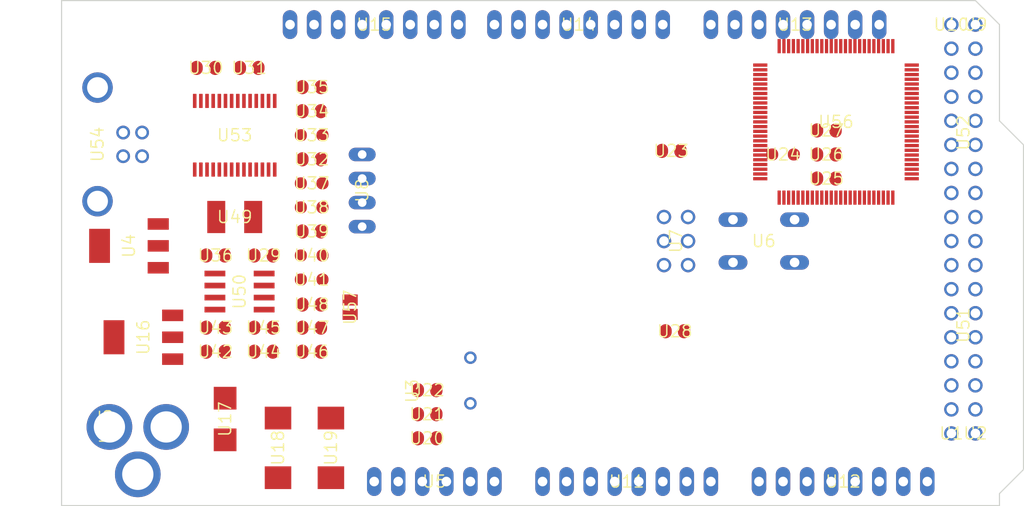
<source format=kicad_pcb>
(kicad_pcb (version 20221018) (generator pcbnew)
  (layers (0 "F.Cu" signal "Top") (31 "B.Cu" signal "Bottom") (34 "B.Paste" user) (35 "F.Paste" user) (36 "B.SilkS" user "B.Silkscreen") (37 "F.SilkS" user "F.Silkscreen") (38 "B.Mask" user) (39 "F.Mask" user) (44 "Edge.Cuts" user))
  (net 0 "")
  (net 1 "+5V")
  (net 2 "GND")
  (net 3 "N$6")
  (net 4 "N$7")
  (net 5 "AREF")
  (net 6 "RESET")
  (net 7 "VIN")
  (net 8 "N$3")
  (net 9 "PWRIN")
  (net 10 "M8RXD")
  (net 11 "M8TXD")
  (net 12 "ADC0")
  (net 13 "ADC2")
  (net 14 "ADC1")
  (net 15 "ADC3")
  (net 16 "ADC4")
  (net 17 "ADC5")
  (net 18 "ADC6")
  (net 19 "ADC7")
  (net 20 "+3V3")
  (net 21 "SDA")
  (net 22 "SCL")
  (net 23 "ADC9")
  (net 24 "ADC8")
  (net 25 "ADC10")
  (net 26 "ADC11")
  (net 27 "ADC12")
  (net 28 "ADC13")
  (net 29 "ADC14")
  (net 30 "ADC15")
  (net 31 "PB3")
  (net 32 "PB2")
  (net 33 "PB1")
  (net 34 "PB5")
  (net 35 "PB4")
  (net 36 "PE5")
  (net 37 "PE4")
  (net 38 "PE3")
  (net 39 "PE1")
  (net 40 "PE0")
  (net 41 "N$15")
  (net 42 "N$53")
  (net 43 "N$54")
  (net 44 "N$55")
  (net 45 "D-")
  (net 46 "D+")
  (net 47 "N$60")
  (net 48 "DTR")
  (net 49 "USBVCC")
  (net 50 "N$2")
  (net 51 "N$4")
  (net 52 "GATE_CMD")
  (net 53 "CMP")
  (net 54 "PB6")
  (net 55 "PH3")
  (net 56 "PH4")
  (net 57 "PH5")
  (net 58 "PH6")
  (net 59 "PG5")
  (net 60 "RXD1")
  (net 61 "TXD1")
  (net 62 "RXD2")
  (net 63 "RXD3")
  (net 64 "TXD2")
  (net 65 "TXD3")
  (net 66 "PC0")
  (net 67 "PC1")
  (net 68 "PC2")
  (net 69 "PC3")
  (net 70 "PC4")
  (net 71 "PC5")
  (net 72 "PC6")
  (net 73 "PC7")
  (net 74 "PB0")
  (net 75 "PG0")
  (net 76 "PG1")
  (net 77 "PG2")
  (net 78 "PD7")
  (net 79 "PA0")
  (net 80 "PA1")
  (net 81 "PA2")
  (net 82 "PA3")
  (net 83 "PA4")
  (net 84 "PA5")
  (net 85 "PA6")
  (net 86 "PA7")
  (net 87 "PL0")
  (net 88 "PL1")
  (net 89 "PL2")
  (net 90 "PL3")
  (net 91 "PL4")
  (net 92 "PL5")
  (net 93 "PL6")
  (net 94 "PL7")
  (net 95 "PB7")
  (net 96 "CTS")
  (net 97 "DSR")
  (net 98 "DCD")
  (net 99 "RI")
  (footprint "Arduino_MEGA_Reference_Design:2X03" (layer "F.Cu") (at 162.5981 103.7336 -90)
    (fp_text reference "U7")
    (fp_text value "")
  )
  (footprint "Arduino_MEGA_Reference_Design:1X08" (layer "F.Cu") (at 152.3111 80.8736 180)
    (fp_text reference "U14")
    (fp_text value "")
  )
  (footprint "Arduino_MEGA_Reference_Design:1X08" (layer "F.Cu") (at 130.7211 80.8736 180)
    (fp_text reference "U15")
    (fp_text value "")
  )
  (footprint "Arduino_MEGA_Reference_Design:SMC_D" (layer "F.Cu") (at 120.5611 125.5776 -90)
    (fp_text reference "U18")
    (fp_text value "")
  )
  (footprint "Arduino_MEGA_Reference_Design:SMC_D" (layer "F.Cu") (at 126.1491 125.5776 -90)
    (fp_text reference "U19")
    (fp_text value "")
  )
  (footprint "Arduino_MEGA_Reference_Design:B3F-10XX" (layer "F.Cu") (at 171.8691 103.7336 180)
    (fp_text reference "U6")
    (fp_text value "")
  )
  (footprint "Arduino_MEGA_Reference_Design:0805RND" (layer "F.Cu") (at 173.9011 94.5896 180)
    (fp_text reference "U24")
    (fp_text value "")
  )
  (footprint "Arduino_MEGA_Reference_Design:SMB" (layer "F.Cu") (at 114.9731 122.5296 -90)
    (fp_text reference "U17")
    (fp_text value "")
  )
  (footprint "Arduino_MEGA_Reference_Design:DC-21MM" (layer "F.Cu") (at 103.0351 123.2916 90)
    (fp_text reference "U55")
    (fp_text value "")
  )
  (footprint "Arduino_MEGA_Reference_Design:HC49_S" (layer "F.Cu") (at 140.8811 118.4656 90)
    (fp_text reference "U3")
    (fp_text value "")
  )
  (footprint "Arduino_MEGA_Reference_Design:SOT223" (layer "F.Cu") (at 106.3371 113.8936 90)
    (fp_text reference "U16")
    (fp_text value "")
  )
  (footprint "Arduino_MEGA_Reference_Design:1X06" (layer "F.Cu") (at 137.0711 129.1336)
    (fp_text reference "U5")
    (fp_text value "")
  )
  (footprint "Arduino_MEGA_Reference_Design:C0805RND" (layer "F.Cu") (at 124.1171 87.4776)
    (fp_text reference "U35")
    (fp_text value "")
  )
  (footprint "Arduino_MEGA_Reference_Design:C0805RND" (layer "F.Cu") (at 162.4711 113.2586)
    (fp_text reference "U28")
    (fp_text value "")
  )
  (footprint "Arduino_MEGA_Reference_Design:C0805RND" (layer "F.Cu") (at 136.3091 122.0216)
    (fp_text reference "U21")
    (fp_text value "")
  )
  (footprint "Arduino_MEGA_Reference_Design:C0805RND" (layer "F.Cu") (at 136.3091 119.4816)
    (fp_text reference "U22")
    (fp_text value "")
  )
  (footprint "Arduino_MEGA_Reference_Design:C0805RND" (layer "F.Cu") (at 113.9571 112.8776)
    (fp_text reference "U43")
    (fp_text value "")
  )
  (footprint "Arduino_MEGA_Reference_Design:RCL_0805RND" (layer "F.Cu") (at 124.1171 105.2576)
    (fp_text reference "U40")
    (fp_text value "")
  )
  (footprint "Arduino_MEGA_Reference_Design:RCL_0805RND" (layer "F.Cu") (at 124.1171 107.7976)
    (fp_text reference "U41")
    (fp_text value "")
  )
  (footprint "Arduino_MEGA_Reference_Design:1X08" (layer "F.Cu") (at 157.3911 129.1336)
    (fp_text reference "U11")
    (fp_text value "")
  )
  (footprint "Arduino_MEGA_Reference_Design:1X08" (layer "F.Cu") (at 175.1711 80.8736 180)
    (fp_text reference "U13")
    (fp_text value "")
  )
  (footprint "Arduino_MEGA_Reference_Design:R0805RND" (layer "F.Cu") (at 178.4731 94.5896 180)
    (fp_text reference "U26")
    (fp_text value "")
  )
  (footprint "Arduino_MEGA_Reference_Design:R0805RND" (layer "F.Cu") (at 178.4731 92.0496 180)
    (fp_text reference "U27")
    (fp_text value "")
  )
  (footprint "Arduino_MEGA_Reference_Design:TQFP100" (layer "F.Cu") (at 179.49505615234375 91.14759826660156 0)
    (fp_text reference "U56")
    (fp_text value "")
  )
  (footprint "Arduino_MEGA_Reference_Design:C0805RND" (layer "F.Cu") (at 162.0901 94.2086 180)
    (fp_text reference "U23")
    (fp_text value "")
  )
  (footprint "Arduino_MEGA_Reference_Design:C0805RND" (layer "F.Cu") (at 136.3091 124.5616)
    (fp_text reference "U20")
    (fp_text value "")
  )
  (footprint "Arduino_MEGA_Reference_Design:1X08" (layer "F.Cu") (at 180.2511 129.1336)
    (fp_text reference "U12")
    (fp_text value "")
  )
  (footprint "Arduino_MEGA_Reference_Design:R0805RND" (layer "F.Cu") (at 124.1171 112.8776)
    (fp_text reference "U47")
    (fp_text value "")
  )
  (footprint "Arduino_MEGA_Reference_Design:C0805RND" (layer "F.Cu") (at 124.1171 115.4176)
    (fp_text reference "U46")
    (fp_text value "")
  )
  (footprint "Arduino_MEGA_Reference_Design:C0805RND" (layer "F.Cu") (at 113.9571 105.2576)
    (fp_text reference "U36")
    (fp_text value "")
  )
  (footprint "Arduino_MEGA_Reference_Design:C0805RND" (layer "F.Cu") (at 112.9411 85.4456)
    (fp_text reference "U30")
    (fp_text value "")
  )
  (footprint "Arduino_MEGA_Reference_Design:0805RND" (layer "F.Cu") (at 124.1171 100.1776 180)
    (fp_text reference "U38")
    (fp_text value "")
  )
  (footprint "Arduino_MEGA_Reference_Design:0805RND" (layer "F.Cu") (at 124.1171 97.6376 180)
    (fp_text reference "U37")
    (fp_text value "")
  )
  (footprint "Arduino_MEGA_Reference_Design:R0805RND" (layer "F.Cu") (at 124.1171 95.0976)
    (fp_text reference "U32")
    (fp_text value "")
  )
  (footprint "Arduino_MEGA_Reference_Design:R0805RND" (layer "F.Cu") (at 124.1171 102.7176)
    (fp_text reference "U39")
    (fp_text value "")
  )
  (footprint "Arduino_MEGA_Reference_Design:SSOP28" (layer "F.Cu") (at 115.9891 92.5576)
    (fp_text reference "U53")
    (fp_text value "")
  )
  (footprint "Arduino_MEGA_Reference_Design:PN61729" (layer "F.Cu") (at 98.9584 93.5228 -90)
    (fp_text reference "U54")
    (fp_text value "")
  )
  (footprint "Arduino_MEGA_Reference_Design:L1812" (layer "F.Cu") (at 115.9891 101.1936)
    (fp_text reference "U49")
    (fp_text value "")
  )
  (footprint "Arduino_MEGA_Reference_Design:C0805RND" (layer "F.Cu") (at 117.5131 85.4456)
    (fp_text reference "U31")
    (fp_text value "")
  )
  (footprint "Arduino_MEGA_Reference_Design:0805RND" (layer "F.Cu") (at 124.1171 92.5576 180)
    (fp_text reference "U33")
    (fp_text value "")
  )
  (footprint "Arduino_MEGA_Reference_Design:R0805RND" (layer "F.Cu") (at 124.1171 90.0176 180)
    (fp_text reference "U34")
    (fp_text value "")
  )
  (footprint "Arduino_MEGA_Reference_Design:C0805RND" (layer "F.Cu") (at 124.1171 110.4392 180)
    (fp_text reference "U48")
    (fp_text value "")
  )
  (footprint "Arduino_MEGA_Reference_Design:SOT223" (layer "F.Cu") (at 104.8131 104.2416 90)
    (fp_text reference "U4")
    (fp_text value "")
  )
  (footprint "Arduino_MEGA_Reference_Design:SO08" (layer "F.Cu") (at 116.4971 109.0676 -90)
    (fp_text reference "U50")
    (fp_text value "")
  )
  (footprint "Arduino_MEGA_Reference_Design:R0805RND" (layer "F.Cu") (at 113.9571 115.4176 180)
    (fp_text reference "U42")
    (fp_text value "")
  )
  (footprint "Arduino_MEGA_Reference_Design:R0805RND" (layer "F.Cu") (at 119.0371 112.8776 180)
    (fp_text reference "U45")
    (fp_text value "")
  )
  (footprint "Arduino_MEGA_Reference_Design:C0805RND" (layer "F.Cu") (at 119.0371 115.4176 180)
    (fp_text reference "U44")
    (fp_text value "")
  )
  (footprint "Arduino_MEGA_Reference_Design:C0805RND" (layer "F.Cu") (at 119.0371 105.2576)
    (fp_text reference "U29")
    (fp_text value "")
  )
  (footprint "Arduino_MEGA_Reference_Design:2X08" (layer "F.Cu") (at 192.9511 92.3036 90)
    (fp_text reference "U52")
    (fp_text value "")
  )
  (footprint "Arduino_MEGA_Reference_Design:2X08" (layer "F.Cu") (at 192.9511 112.6236 90)
    (fp_text reference "U51")
    (fp_text value "")
  )
  (footprint "Arduino_MEGA_Reference_Design:R0805RND" (layer "F.Cu") (at 178.4731 97.1296 180)
    (fp_text reference "U25")
    (fp_text value "")
  )
  (footprint "Arduino_MEGA_Reference_Design:1X01" (layer "F.Cu") (at 191.6811 80.8736)
    (fp_text reference "U10")
    (fp_text value "")
  )
  (footprint "Arduino_MEGA_Reference_Design:1X01" (layer "F.Cu") (at 194.2211 80.8736)
    (fp_text reference "U9")
    (fp_text value "")
  )
  (footprint "Arduino_MEGA_Reference_Design:1X01" (layer "F.Cu") (at 191.6811 124.0536)
    (fp_text reference "U1")
    (fp_text value "")
  )
  (footprint "Arduino_MEGA_Reference_Design:1X01" (layer "F.Cu") (at 194.2211 124.0536)
    (fp_text reference "U2")
    (fp_text value "")
  )
  (footprint "Arduino_MEGA_Reference_Design:SJ" (layer "F.Cu") (at 128.1811 110.7186 -90)
    (fp_text reference "U57")
    (fp_text value "")
  )
  (footprint "Arduino_MEGA_Reference_Design:JP4" (layer "F.Cu") (at 129.4511 98.3996 -90)
    (fp_text reference "U8")
    (fp_text value "")
  )
  (gr_line (start 196.7611 80.8736) (end 196.7611 91.0336) (layer "Edge.Cuts") (width 0.12))
  (gr_line (start 196.7611 130.4036) (end 196.7611 131.6736) (layer "Edge.Cuts") (width 0.12))
  (gr_line (start 194.2211 78.3336) (end 196.7611 80.8736) (layer "Edge.Cuts") (width 0.12))
  (gr_line (start 97.7011 78.3336) (end 194.2211 78.3336) (layer "Edge.Cuts") (width 0.12))
  (gr_line (start 196.7611 91.0336) (end 199.3011 93.5736) (layer "Edge.Cuts") (width 0.12))
  (gr_line (start 97.7011 131.6736) (end 97.7011 78.3336) (layer "Edge.Cuts") (width 0.12))
  (gr_line (start 196.7611 131.6736) (end 97.7011 131.6736) (layer "Edge.Cuts") (width 0.12))
  (gr_line (start 199.3011 93.5736) (end 199.3011 127.8636) (layer "Edge.Cuts") (width 0.12))
  (gr_line (start 199.3011 127.8636) (end 196.7611 130.4036) (layer "Edge.Cuts") (width 0.12))
)
</source>
